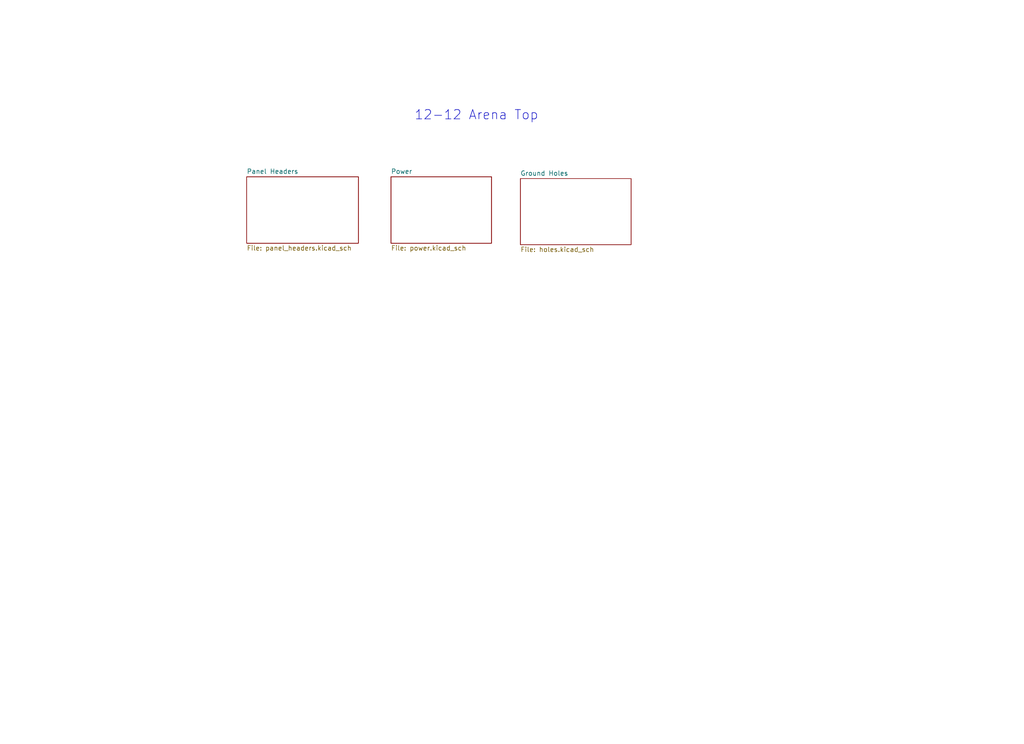
<source format=kicad_sch>
(kicad_sch
	(version 20231120)
	(generator "eeschema")
	(generator_version "8.0")
	(uuid "a2511654-3a17-43f1-8b9e-c45e375533dc")
	(paper "User" 279.4 203.2)
	(title_block
		(date "11 jun 2015")
	)
	(lib_symbols)
	(text "12-12 Arena Top"
		(exclude_from_sim no)
		(at 113.03 33.02 0)
		(effects
			(font
				(size 2.54 2.54)
			)
			(justify left bottom)
		)
		(uuid "5a21ad0e-00ff-4028-aa06-98e7a7edcffd")
	)
	(sheet
		(at 106.68 48.26)
		(size 27.432 18.161)
		(fields_autoplaced yes)
		(stroke
			(width 0.1524)
			(type solid)
		)
		(fill
			(color 0 0 0 0.0000)
		)
		(uuid "17861c68-32c3-4000-8a50-4f303c28fa47")
		(property "Sheetname" "Power"
			(at 106.68 47.5484 0)
			(effects
				(font
					(size 1.27 1.27)
				)
				(justify left bottom)
			)
		)
		(property "Sheetfile" "power.kicad_sch"
			(at 106.68 67.0056 0)
			(effects
				(font
					(size 1.27 1.27)
				)
				(justify left top)
			)
		)
		(instances
			(project "arena_top_12-12"
				(path "/a2511654-3a17-43f1-8b9e-c45e375533dc"
					(page "6")
				)
			)
		)
	)
	(sheet
		(at 141.986 48.768)
		(size 30.226 18.034)
		(fields_autoplaced yes)
		(stroke
			(width 0.1524)
			(type solid)
		)
		(fill
			(color 0 0 0 0.0000)
		)
		(uuid "24a22302-295f-4a79-8162-dc1243f756aa")
		(property "Sheetname" "Ground Holes"
			(at 141.986 48.0564 0)
			(effects
				(font
					(size 1.27 1.27)
				)
				(justify left bottom)
			)
		)
		(property "Sheetfile" "holes.kicad_sch"
			(at 141.986 67.3866 0)
			(effects
				(font
					(size 1.27 1.27)
				)
				(justify left top)
			)
		)
		(instances
			(project "arena_top_12-12"
				(path "/a2511654-3a17-43f1-8b9e-c45e375533dc"
					(page "6")
				)
			)
		)
	)
	(sheet
		(at 67.31 48.26)
		(size 30.48 18.161)
		(fields_autoplaced yes)
		(stroke
			(width 0.1524)
			(type solid)
		)
		(fill
			(color 0 0 0 0.0000)
		)
		(uuid "ad9c294f-d898-4a63-8d96-c5c7fb69f139")
		(property "Sheetname" "Panel Headers"
			(at 67.31 47.5484 0)
			(effects
				(font
					(size 1.27 1.27)
				)
				(justify left bottom)
			)
		)
		(property "Sheetfile" "panel_headers.kicad_sch"
			(at 67.31 67.0056 0)
			(effects
				(font
					(size 1.27 1.27)
				)
				(justify left top)
			)
		)
		(instances
			(project "arena_top_12-12"
				(path "/a2511654-3a17-43f1-8b9e-c45e375533dc"
					(page "2")
				)
			)
		)
	)
	(sheet_instances
		(path "/"
			(page "1")
		)
	)
)

</source>
